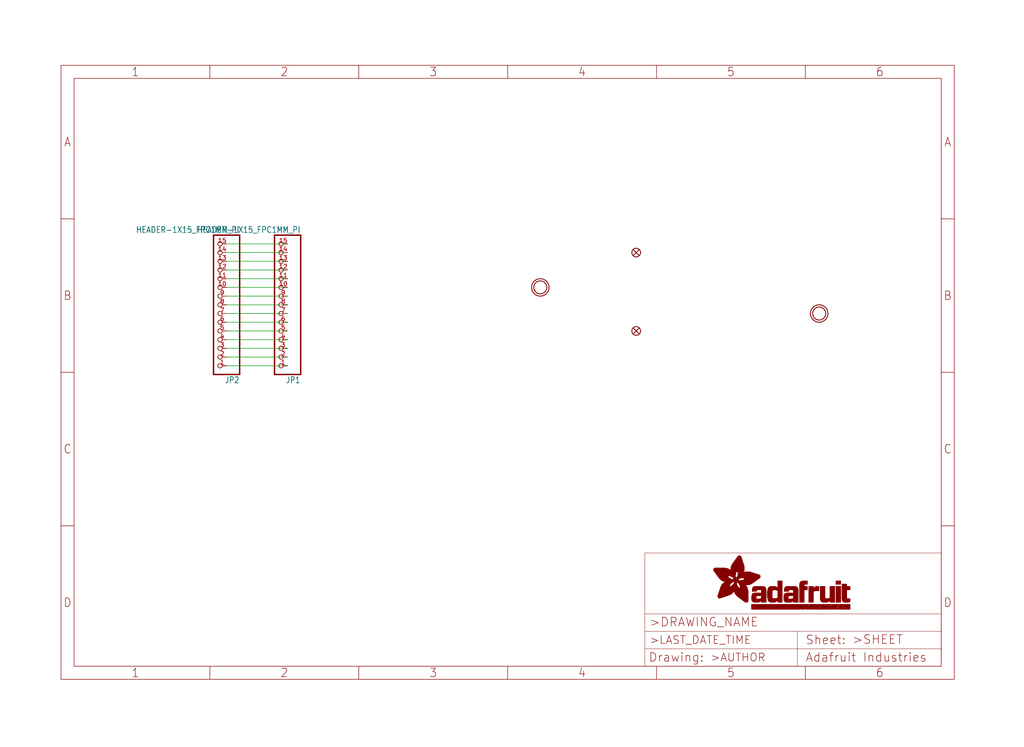
<source format=kicad_sch>
(kicad_sch (version 20211123) (generator eeschema)
  (paper "User" 298.45 217.881)
  (lib_symbols
    (symbol "eagleSchem-eagle-import:FIDUCIAL_1MM")
    (symbol "eagleSchem-eagle-import:FRAME_A4_ADAFRUIT"
      (symbol "FRAME_A4_ADAFRUIT_0_0"
        (text "1" (at 21.6958 1.905 0) (effects (font (size 2.54 2.286))))
        (text "1" (at 21.6958 177.165 0) (effects (font (size 2.54 2.286))))
        (text "2" (at 65.0875 1.905 0) (effects (font (size 2.54 2.286))))
        (text "2" (at 65.0875 177.165 0) (effects (font (size 2.54 2.286))))
        (text "3" (at 108.4792 1.905 0) (effects (font (size 2.54 2.286))))
        (text "3" (at 108.4792 177.165 0) (effects (font (size 2.54 2.286))))
        (text "4" (at 151.8708 1.905 0) (effects (font (size 2.54 2.286))))
        (text "4" (at 151.8708 177.165 0) (effects (font (size 2.54 2.286))))
        (text "5" (at 195.2625 1.905 0) (effects (font (size 2.54 2.286))))
        (text "5" (at 195.2625 177.165 0) (effects (font (size 2.54 2.286))))
        (text "6" (at 238.6542 1.905 0) (effects (font (size 2.54 2.286))))
        (text "6" (at 238.6542 177.165 0) (effects (font (size 2.54 2.286))))
        (text "A" (at 1.905 156.6863 0) (effects (font (size 2.54 2.286))))
        (text "A" (at 258.445 156.6863 0) (effects (font (size 2.54 2.286))))
        (text "B" (at 1.905 111.9188 0) (effects (font (size 2.54 2.286))))
        (text "B" (at 258.445 111.9188 0) (effects (font (size 2.54 2.286))))
        (text "C" (at 1.905 67.1513 0) (effects (font (size 2.54 2.286))))
        (text "C" (at 258.445 67.1513 0) (effects (font (size 2.54 2.286))))
        (text "D" (at 1.905 22.3838 0) (effects (font (size 2.54 2.286))))
        (text "D" (at 258.445 22.3838 0) (effects (font (size 2.54 2.286))))
      )
      (symbol "FRAME_A4_ADAFRUIT_1_0"
        (text ">AUTHOR" (at 189.23 5.08 0) (effects (font (size 2.286 2.286)) (justify left bottom)))
        (text ">DRAWING_NAME" (at 171.45 15.24 0) (effects (font (size 2.54 2.54)) (justify left bottom)))
        (text ">LAST_DATE_TIME" (at 171.45 10.16 0) (effects (font (size 2.286 2.286)) (justify left bottom)))
        (text ">SHEET" (at 230.505 10.16 0) (effects (font (size 2.54 2.54)) (justify left bottom)))
        (text "Adafruit Industries" (at 216.916 4.953 0) (effects (font (size 2.54 2.54)) (justify left bottom)))
        (text "Drawing:" (at 171.196 4.953 0) (effects (font (size 2.54 2.54)) (justify left bottom)))
        (text "Sheet:" (at 216.916 10.033 0) (effects (font (size 2.54 2.54)) (justify left bottom)))
      )
    )
    (symbol "eagleSchem-eagle-import:HEADER-1X15_FPC1MM_PI"
      (property "Reference" "JP" (at -6.35 20.955 0))
      (property "Value" "HEADER-1X15_FPC1MM_PI" (at -6.35 -22.86 0))
      (symbol "HEADER-1X15_FPC1MM_PI_1_0"
        (pin passive inverted (at -2.54 17.78 0) (length 2.54) (name "1") (number "1"))
        (pin passive inverted (at -2.54 -5.08 0) (length 2.54) (name "10") (number "10"))
        (pin passive inverted (at -2.54 -7.62 0) (length 2.54) (name "11") (number "11"))
        (pin passive inverted (at -2.54 -10.16 0) (length 2.54) (name "12") (number "12"))
        (pin passive inverted (at -2.54 -12.7 0) (length 2.54) (name "13") (number "13"))
        (pin passive inverted (at -2.54 -15.24 0) (length 2.54) (name "14") (number "14"))
        (pin passive inverted (at -2.54 -17.78 0) (length 2.54) (name "15") (number "15"))
        (pin passive inverted (at -2.54 15.24 0) (length 2.54) (name "2") (number "2"))
        (pin passive inverted (at -2.54 12.7 0) (length 2.54) (name "3") (number "3"))
        (pin passive inverted (at -2.54 10.16 0) (length 2.54) (name "4") (number "4"))
        (pin passive inverted (at -2.54 7.62 0) (length 2.54) (name "5") (number "5"))
        (pin passive inverted (at -2.54 5.08 0) (length 2.54) (name "6") (number "6"))
        (pin passive inverted (at -2.54 2.54 0) (length 2.54) (name "7") (number "7"))
        (pin passive inverted (at -2.54 0 0) (length 2.54) (name "8") (number "8"))
        (pin passive inverted (at -2.54 -2.54 0) (length 2.54) (name "9") (number "9"))
      )
    )
    (symbol "eagleSchem-eagle-import:MOUNTINGHOLE2.5")
  )
  (wire (pts (xy 66.04 93.98) (xy 83.82 93.98)))
  (wire (pts (xy 66.04 76.2) (xy 83.82 76.2)))
  (wire (pts (xy 66.04 101.6) (xy 83.82 101.6)))
  (wire (pts (xy 66.04 71.12) (xy 83.82 71.12)))
  (wire (pts (xy 66.04 83.82) (xy 83.82 83.82)))
  (wire (pts (xy 66.04 96.52) (xy 83.82 96.52)))
  (wire (pts (xy 66.04 91.44) (xy 83.82 91.44)))
  (wire (pts (xy 66.04 86.36) (xy 83.82 86.36)))
  (wire (pts (xy 66.04 106.68) (xy 83.82 106.68)))
  (wire (pts (xy 66.04 99.06) (xy 83.82 99.06)))
  (wire (pts (xy 66.04 81.28) (xy 83.82 81.28)))
  (wire (pts (xy 66.04 104.14) (xy 83.82 104.14)))
  (wire (pts (xy 66.04 88.9) (xy 83.82 88.9)))
  (wire (pts (xy 66.04 78.74) (xy 83.82 78.74)))
  (wire (pts (xy 66.04 73.66) (xy 83.82 73.66)))
  (symbol (lib_id "eagleSchem-eagle-import:HEADER-1X15_FPC1MM_PI") (at 81.28 88.9 180) (unit 1)
    (property "Reference" "JP1" (at 87.63 109.855 0) (effects (font (size 1.778 1.5113)) (justify left bottom)))
    (property "Value" "HEADER-1X15_FPC1MM_PI" (at 87.63 66.04 0) (effects (font (size 1.778 1.5113)) (justify left bottom)))
    (property "Footprint" "eagleSchem:FPC_15PIN_1.0MM" (effects hide))
  )
  (symbol (lib_id "eagleSchem-eagle-import:FIDUCIAL_1MM") (at 185.42 96.52 0) (unit 1)
    (property "Reference" "FID2" (effects hide))
    (property "Value" "FIDUCIAL_1MM" (effects hide))
    (property "Footprint" "eagleSchem:FIDUCIAL_1MM" (effects hide))
  )
  (symbol (lib_id "eagleSchem-eagle-import:MOUNTINGHOLE2.5") (at 157.48 83.82 0) (unit 1)
    (property "Reference" "U$3" (effects hide))
    (property "Value" "MOUNTINGHOLE2.5" (effects hide))
    (property "Footprint" "eagleSchem:MOUNTINGHOLE_2.5_PLATED" (effects hide))
  )
  (symbol (lib_id "eagleSchem-eagle-import:FRAME_A4_ADAFRUIT") (at 17.78 198.12 0) (unit 1)
    (property "Reference" "#U$1" (effects hide))
    (property "Value" "FRAME_A4_ADAFRUIT" (effects hide))
    (property "Footprint" "eagleSchem:" (effects hide))
  )
  (symbol (lib_id "eagleSchem-eagle-import:FIDUCIAL_1MM") (at 185.42 73.66 0) (unit 1)
    (property "Reference" "FID1" (effects hide))
    (property "Value" "FIDUCIAL_1MM" (effects hide))
    (property "Footprint" "eagleSchem:FIDUCIAL_1MM" (effects hide))
  )
  (symbol (lib_id "eagleSchem-eagle-import:MOUNTINGHOLE2.5") (at 238.76 91.44 0) (unit 1)
    (property "Reference" "U$2" (effects hide))
    (property "Value" "MOUNTINGHOLE2.5" (effects hide))
    (property "Footprint" "eagleSchem:MOUNTINGHOLE_2.5_PLATED" (effects hide))
  )
  (symbol (lib_id "eagleSchem-eagle-import:HEADER-1X15_FPC1MM_PI") (at 63.5 88.9 180) (unit 1)
    (property "Reference" "JP2" (at 69.85 109.855 0) (effects (font (size 1.778 1.5113)) (justify left bottom)))
    (property "Value" "HEADER-1X15_FPC1MM_PI" (at 69.85 66.04 0) (effects (font (size 1.778 1.5113)) (justify left bottom)))
    (property "Footprint" "eagleSchem:FPC_15PIN_1.0MM" (effects hide))
  )
)
</source>
